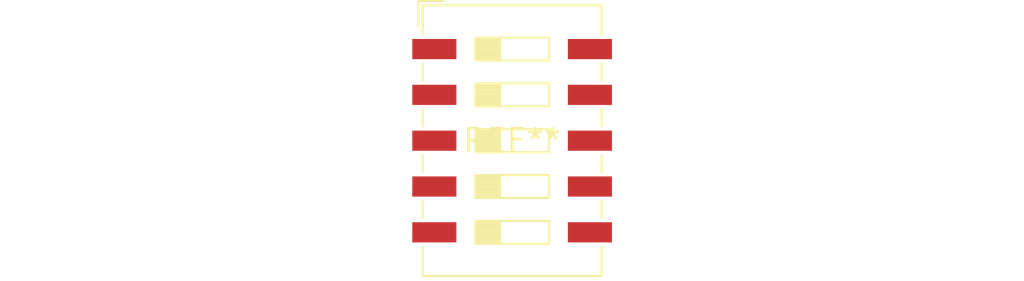
<source format=kicad_pcb>
(kicad_pcb (version 20240108) (generator pcbnew)
  (layers (0 "F.Cu" signal) (31 "B.Cu" signal) (34 "B.Paste" user) (35 "F.Paste" user) (36 "B.SilkS" user "B.Silkscreen") (37 "F.SilkS" user "F.Silkscreen") (38 "B.Mask" user) (39 "F.Mask" user) (44 "Edge.Cuts" user))
  (net 0 "")
  (footprint "SW_DIP_SPSTx05_Slide_9.78x14.88mm_W8.61mm_P2.54mm" (layer "F.Cu") (at 0 0)
    (property "Reference" "REF**")
    (property "Value" "SW_DIP_SPSTx05_Slide_9.78x14.88mm_W8.61mm_P2.54mm")
    (fp_line (start -5.19 -7.74) (end -5.19 -6.357) (layer "F.SilkS") (stroke (width 0.12)))
    (fp_line (start -5.19 -7.74) (end -3.806 -7.74) (layer "F.SilkS") (stroke (width 0.12)))
    (fp_line (start -4.95 -7.5) (end -4.95 -5.88) (layer "F.SilkS") (stroke (width 0.12)))
    (fp_line (start -4.95 -7.5) (end 4.95 -7.5) (layer "F.SilkS") (stroke (width 0.12)))
    (fp_line (start -4.95 -4.28) (end -4.95 -3.34) (layer "F.SilkS") (stroke (width 0.12)))
    (fp_line (start -4.95 -1.74) (end -4.95 -0.8) (layer "F.SilkS") (stroke (width 0.12)))
    (fp_line (start -4.95 0.8) (end -4.95 1.74) (layer "F.SilkS") (stroke (width 0.12)))
    (fp_line (start -4.95 3.34) (end -4.95 4.28) (layer "F.SilkS") (stroke (width 0.12)))
    (fp_line (start -4.95 5.88) (end -4.95 7.5) (layer "F.SilkS") (stroke (width 0.12)))
    (fp_line (start -4.95 7.5) (end 4.95 7.5) (layer "F.SilkS") (stroke (width 0.12)))
    (fp_line (start -2.03 -5.715) (end -2.03 -4.445) (layer "F.SilkS") (stroke (width 0.12)))
    (fp_line (start -2.03 -5.595) (end -0.676667 -5.595) (layer "F.SilkS") (stroke (width 0.12)))
    (fp_line (start -2.03 -5.475) (end -0.676667 -5.475) (layer "F.SilkS") (stroke (width 0.12)))
    (fp_line (start -2.03 -5.355) (end -0.676667 -5.355) (layer "F.SilkS") (stroke (width 0.12)))
    (fp_line (start -2.03 -5.235) (end -0.676667 -5.235) (layer "F.SilkS") (stroke (width 0.12)))
    (fp_line (start -2.03 -5.115) (end -0.676667 -5.115) (layer "F.SilkS") (stroke (width 0.12)))
    (fp_line (start -2.03 -4.995) (end -0.676667 -4.995) (layer "F.SilkS") (stroke (width 0.12)))
    (fp_line (start -2.03 -4.875) (end -0.676667 -4.875) (layer "F.SilkS") (stroke (width 0.12)))
    (fp_line (start -2.03 -4.755) (end -0.676667 -4.755) (layer "F.SilkS") (stroke (width 0.12)))
    (fp_line (start -2.03 -4.635) (end -0.676667 -4.635) (layer "F.SilkS") (stroke (width 0.12)))
    (fp_line (start -2.03 -4.515) (end -0.676667 -4.515) (layer "F.SilkS") (stroke (width 0.12)))
    (fp_line (start -2.03 -4.445) (end 2.03 -4.445) (layer "F.SilkS") (stroke (width 0.12)))
    (fp_line (start -2.03 -3.175) (end -2.03 -1.905) (layer "F.SilkS") (stroke (width 0.12)))
    (fp_line (start -2.03 -3.055) (end -0.676667 -3.055) (layer "F.SilkS") (stroke (width 0.12)))
    (fp_line (start -2.03 -2.935) (end -0.676667 -2.935) (layer "F.SilkS") (stroke (width 0.12)))
    (fp_line (start -2.03 -2.815) (end -0.676667 -2.815) (layer "F.SilkS") (stroke (width 0.12)))
    (fp_line (start -2.03 -2.695) (end -0.676667 -2.695) (layer "F.SilkS") (stroke (width 0.12)))
    (fp_line (start -2.03 -2.575) (end -0.676667 -2.575) (layer "F.SilkS") (stroke (width 0.12)))
    (fp_line (start -2.03 -2.455) (end -0.676667 -2.455) (layer "F.SilkS") (stroke (width 0.12)))
    (fp_line (start -2.03 -2.335) (end -0.676667 -2.335) (layer "F.SilkS") (stroke (width 0.12)))
    (fp_line (start -2.03 -2.215) (end -0.676667 -2.215) (layer "F.SilkS") (stroke (width 0.12)))
    (fp_line (start -2.03 -2.095) (end -0.676667 -2.095) (layer "F.SilkS") (stroke (width 0.12)))
    (fp_line (start -2.03 -1.975) (end -0.676667 -1.975) (layer "F.SilkS") (stroke (width 0.12)))
    (fp_line (start -2.03 -1.905) (end 2.03 -1.905) (layer "F.SilkS") (stroke (width 0.12)))
    (fp_line (start -2.03 -0.635) (end -2.03 0.635) (layer "F.SilkS") (stroke (width 0.12)))
    (fp_line (start -2.03 -0.515) (end -0.676667 -0.515) (layer "F.SilkS") (stroke (width 0.12)))
    (fp_line (start -2.03 -0.395) (end -0.676667 -0.395) (layer "F.SilkS") (stroke (width 0.12)))
    (fp_line (start -2.03 -0.275) (end -0.676667 -0.275) (layer "F.SilkS") (stroke (width 0.12)))
    (fp_line (start -2.03 -0.155) (end -0.676667 -0.155) (layer "F.SilkS") (stroke (width 0.12)))
    (fp_line (start -2.03 -0.035) (end -0.676667 -0.035) (layer "F.SilkS") (stroke (width 0.12)))
    (fp_line (start -2.03 0.085) (end -0.676667 0.085) (layer "F.SilkS") (stroke (width 0.12)))
    (fp_line (start -2.03 0.205) (end -0.676667 0.205) (layer "F.SilkS") (stroke (width 0.12)))
    (fp_line (start -2.03 0.325) (end -0.676667 0.325) (layer "F.SilkS") (stroke (width 0.12)))
    (fp_line (start -2.03 0.445) (end -0.676667 0.445) (layer "F.SilkS") (stroke (width 0.12)))
    (fp_line (start -2.03 0.565) (end -0.676667 0.565) (layer "F.SilkS") (stroke (width 0.12)))
    (fp_line (start -2.03 0.635) (end 2.03 0.635) (layer "F.SilkS") (stroke (width 0.12)))
    (fp_line (start -2.03 1.905) (end -2.03 3.175) (layer "F.SilkS") (stroke (width 0.12)))
    (fp_line (start -2.03 2.025) (end -0.676667 2.025) (layer "F.SilkS") (stroke (width 0.12)))
    (fp_line (start -2.03 2.145) (end -0.676667 2.145) (layer "F.SilkS") (stroke (width 0.12)))
    (fp_line (start -2.03 2.265) (end -0.676667 2.265) (layer "F.SilkS") (stroke (width 0.12)))
    (fp_line (start -2.03 2.385) (end -0.676667 2.385) (layer "F.SilkS") (stroke (width 0.12)))
    (fp_line (start -2.03 2.505) (end -0.676667 2.505) (layer "F.SilkS") (stroke (width 0.12)))
    (fp_line (start -2.03 2.625) (end -0.676667 2.625) (layer "F.SilkS") (stroke (width 0.12)))
    (fp_line (start -2.03 2.745) (end -0.676667 2.745) (layer "F.SilkS") (stroke (width 0.12)))
    (fp_line (start -2.03 2.865) (end -0.676667 2.865) (layer "F.SilkS") (stroke (width 0.12)))
    (fp_line (start -2.03 2.985) (end -0.676667 2.985) (layer "F.SilkS") (stroke (width 0.12)))
    (fp_line (start -2.03 3.105) (end -0.676667 3.105) (layer "F.SilkS") (stroke (width 0.12)))
    (fp_line (start -2.03 3.175) (end 2.03 3.175) (layer "F.SilkS") (stroke (width 0.12)))
    (fp_line (start -2.03 4.445) (end -2.03 5.715) (layer "F.SilkS") (stroke (width 0.12)))
    (fp_line (start -2.03 4.565) (end -0.676667 4.565) (layer "F.SilkS") (stroke (width 0.12)))
    (fp_line (start -2.03 4.685) (end -0.676667 4.685) (layer "F.SilkS") (stroke (width 0.12)))
    (fp_line (start -2.03 4.805) (end -0.676667 4.805) (layer "F.SilkS") (stroke (width 0.12)))
    (fp_line (start -2.03 4.925) (end -0.676667 4.925) (layer "F.SilkS") (stroke (width 0.12)))
    (fp_line (start -2.03 5.045) (end -0.676667 5.045) (layer "F.SilkS") (stroke (width 0.12)))
    (fp_line (start -2.03 5.165) (end -0.676667 5.165) (layer "F.SilkS") (stroke (width 0.12)))
    (fp_line (start -2.03 5.285) (end -0.676667 5.285) (layer "F.SilkS") (stroke (width 0.12)))
    (fp_line (start -2.03 5.405) (end -0.676667 5.405) (layer "F.SilkS") (stroke (width 0.12)))
    (fp_line (start -2.03 5.525) (end -0.676667 5.525) (layer "F.SilkS") (stroke (width 0.12)))
    (fp_line (start -2.03 5.645) (end -0.676667 5.645) (layer "F.SilkS") (stroke (width 0.12)))
    (fp_line (start -2.03 5.715) (end 2.03 5.715) (layer "F.SilkS") (stroke (width 0.12)))
    (fp_line (start -0.676667 -5.715) (end -0.676667 -4.445) (layer "F.SilkS") (stroke (width 0.12)))
    (fp_line (start -0.676667 -3.175) (end -0.676667 -1.905) (layer "F.SilkS") (stroke (width 0.12)))
    (fp_line (start -0.676667 -0.635) (end -0.676667 0.635) (layer "F.SilkS") (stroke (width 0.12)))
    (fp_line (start -0.676667 1.905) (end -0.676667 3.175) (layer "F.SilkS") (stroke (width 0.12)))
    (fp_line (start -0.676667 4.445) (end -0.676667 5.715) (layer "F.SilkS") (stroke (width 0.12)))
    (fp_line (start 2.03 -5.715) (end -2.03 -5.715) (layer "F.SilkS") (stroke (width 0.12)))
    (fp_line (start 2.03 -4.445) (end 2.03 -5.715) (layer "F.SilkS") (stroke (width 0.12)))
    (fp_line (start 2.03 -3.175) (end -2.03 -3.175) (layer "F.SilkS") (stroke (width 0.12)))
    (fp_line (start 2.03 -1.905) (end 2.03 -3.175) (layer "F.SilkS") (stroke (width 0.12)))
    (fp_line (start 2.03 -0.635) (end -2.03 -0.635) (layer "F.SilkS") (stroke (width 0.12)))
    (fp_line (start 2.03 0.635) (end 2.03 -0.635) (layer "F.SilkS") (stroke (width 0.12)))
    (fp_line (start 2.03 1.905) (end -2.03 1.905) (layer "F.SilkS") (stroke (width 0.12)))
    (fp_line (start 2.03 3.175) (end 2.03 1.905) (layer "F.SilkS") (stroke (width 0.12)))
    (fp_line (start 2.03 4.445) (end -2.03 4.445) (layer "F.SilkS") (stroke (width 0.12)))
    (fp_line (start 2.03 5.715) (end 2.03 4.445) (layer "F.SilkS") (stroke (width 0.12)))
    (fp_line (start 4.95 -7.5) (end 4.95 -5.88) (layer "F.SilkS") (stroke (width 0.12)))
    (fp_line (start 4.95 -4.28) (end 4.95 -3.34) (layer "F.SilkS") (stroke (width 0.12)))
    (fp_line (start 4.95 -1.74) (end 4.95 -0.8) (layer "F.SilkS") (stroke (width 0.12)))
    (fp_line (start 4.95 0.8) (end 4.95 1.74) (layer "F.SilkS") (stroke (width 0.12)))
    (fp_line (start 4.95 3.34) (end 4.95 4.28) (layer "F.SilkS") (stroke (width 0.12)))
    (fp_line (start 4.95 5.88) (end 4.95 7.5) (layer "F.SilkS") (stroke (width 0.12)))
    (pad "1" smd rect (at -4.305 -5.08) (size 2.44 1.12) (layers "F.Cu" "F.Paste" "F.Mask"))
    (pad "2" smd rect (at -4.305 -2.54) (size 2.44 1.12) (layers "F.Cu" "F.Paste" "F.Mask"))
    (pad "3" smd rect (at -4.305 0) (size 2.44 1.12) (layers "F.Cu" "F.Paste" "F.Mask"))
    (pad "4" smd rect (at -4.305 2.54) (size 2.44 1.12) (layers "F.Cu" "F.Paste" "F.Mask"))
    (pad "5" smd rect (at -4.305 5.08) (size 2.44 1.12) (layers "F.Cu" "F.Paste" "F.Mask"))
    (pad "6" smd rect (at 4.305 5.08) (size 2.44 1.12) (layers "F.Cu" "F.Paste" "F.Mask"))
    (pad "7" smd rect (at 4.305 2.54) (size 2.44 1.12) (layers "F.Cu" "F.Paste" "F.Mask"))
    (pad "8" smd rect (at 4.305 0) (size 2.44 1.12) (layers "F.Cu" "F.Paste" "F.Mask"))
    (pad "9" smd rect (at 4.305 -2.54) (size 2.44 1.12) (layers "F.Cu" "F.Paste" "F.Mask"))
    (pad "10" smd rect (at 4.305 -5.08) (size 2.44 1.12) (layers "F.Cu" "F.Paste" "F.Mask"))
  )
)
</source>
